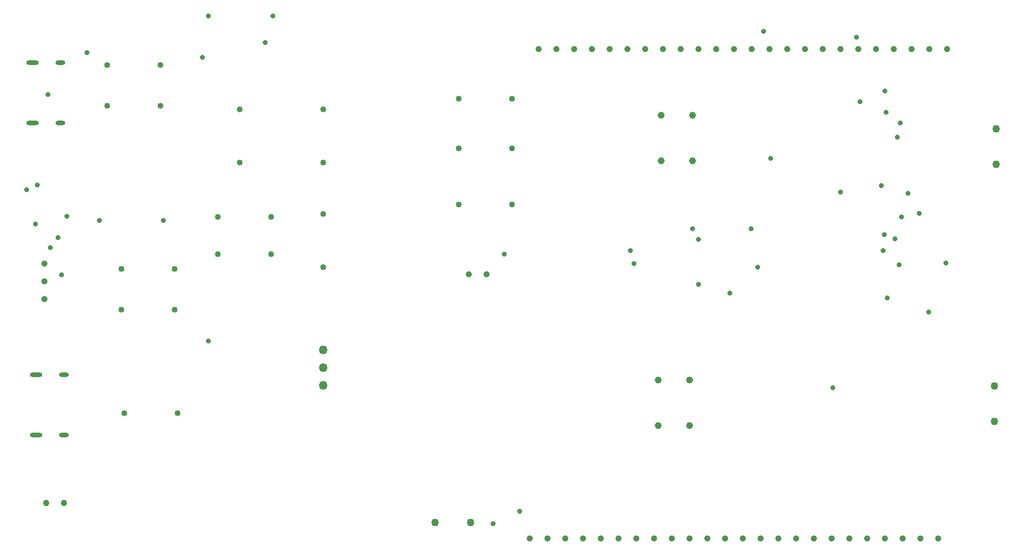
<source format=gbr>
%TF.GenerationSoftware,Altium Limited,Altium Designer,24.3.1 (35)*%
G04 Layer_Color=0*
%FSLAX45Y45*%
%MOMM*%
%TF.SameCoordinates,9497362C-8314-4730-AF2A-4C837BA13D10*%
%TF.FilePolarity,Positive*%
%TF.FileFunction,Plated,1,2,PTH,Drill*%
%TF.Part,Single*%
G01*
G75*
%TA.AperFunction,ComponentDrill*%
%ADD58C,1.10000*%
%ADD59C,0.90000*%
%ADD60C,1.10000*%
%ADD61C,0.85000*%
%ADD62C,0.85000*%
%ADD63C,0.93000*%
%ADD64O,1.40000X0.60000*%
%ADD65O,1.80000X0.60000*%
%ADD66C,1.27000*%
%ADD67C,0.90000*%
%ADD68C,0.99000*%
%TA.AperFunction,ViaDrill,NotFilled*%
%ADD69C,0.71120*%
D58*
X18796001Y7886700D02*
D03*
Y7378700D02*
D03*
X18821400Y11569700D02*
D03*
Y11061700D02*
D03*
D59*
X12153900Y5702300D02*
D03*
X12407900D02*
D03*
X12661900D02*
D03*
X12915900D02*
D03*
X13169901D02*
D03*
X13423900D02*
D03*
X13677901D02*
D03*
X13931900D02*
D03*
X14185899D02*
D03*
X14439900D02*
D03*
X14693900D02*
D03*
X14947900D02*
D03*
X15201900D02*
D03*
X15455901D02*
D03*
X15709900D02*
D03*
X15963901D02*
D03*
X16217900D02*
D03*
X16471899D02*
D03*
X16725900D02*
D03*
X16979900D02*
D03*
X17233900D02*
D03*
X17487900D02*
D03*
X17741901D02*
D03*
X17995900D02*
D03*
X12280900Y12712700D02*
D03*
X12534900D02*
D03*
X12788900D02*
D03*
X13042900D02*
D03*
X13296899D02*
D03*
X13550900D02*
D03*
X13804900D02*
D03*
X14058900D02*
D03*
X14312900D02*
D03*
X14566901D02*
D03*
X14820900D02*
D03*
X15074899D02*
D03*
X15328900D02*
D03*
X15582899D02*
D03*
X15836900D02*
D03*
X16090900D02*
D03*
X16344901D02*
D03*
X16598900D02*
D03*
X16852901D02*
D03*
X17106900D02*
D03*
X17360899D02*
D03*
X17614900D02*
D03*
X17868900D02*
D03*
X18122900D02*
D03*
X11531600Y9486900D02*
D03*
X11277600D02*
D03*
D60*
X11303000Y5930900D02*
D03*
X10795000D02*
D03*
D61*
X8001000Y11850400D02*
D03*
Y11088400D02*
D03*
X9194800Y10350500D02*
D03*
Y9588500D02*
D03*
Y11850400D02*
D03*
Y11088400D02*
D03*
D62*
X11137900Y10490200D02*
D03*
X11899900D02*
D03*
X6350000Y7497501D02*
D03*
X7112000D02*
D03*
X6108700Y12482800D02*
D03*
X6870700D02*
D03*
Y11901200D02*
D03*
X6108700D02*
D03*
X6311900Y9563100D02*
D03*
X7073900D02*
D03*
X6311900Y8978900D02*
D03*
X7073900D02*
D03*
X7693198Y10312400D02*
D03*
X8455198D02*
D03*
X11137900Y12001500D02*
D03*
X11899900D02*
D03*
X7693198Y9779000D02*
D03*
X8455198D02*
D03*
X11137900Y11290300D02*
D03*
X11899900D02*
D03*
D63*
X5486400Y6210300D02*
D03*
X5232400D02*
D03*
D64*
X5441198Y11658402D02*
D03*
Y12522398D02*
D03*
X5492750Y7190501D02*
D03*
Y8054503D02*
D03*
D65*
X5041199Y11658402D02*
D03*
Y12522398D02*
D03*
X5092751Y7190501D02*
D03*
Y8054503D02*
D03*
D66*
X9194800Y8407400D02*
D03*
Y8152399D02*
D03*
Y7897398D02*
D03*
D67*
X5207000Y9131300D02*
D03*
Y9385300D02*
D03*
Y9639300D02*
D03*
D68*
X14033501Y11117702D02*
D03*
X14483502D02*
D03*
Y11767698D02*
D03*
X14033501D02*
D03*
X13989899Y7320402D02*
D03*
X14439900D02*
D03*
Y7970398D02*
D03*
X13989899D02*
D03*
D69*
X12009120Y6093460D02*
D03*
X7556500Y8536940D02*
D03*
X5999480Y10259060D02*
D03*
X8369300Y12806680D02*
D03*
X14483080Y10142220D02*
D03*
X7467600Y12598888D02*
D03*
X5534660Y10320020D02*
D03*
X5816600Y12661900D02*
D03*
X18105119Y9649460D02*
D03*
X17457420Y11653520D02*
D03*
X17373599Y9997440D02*
D03*
X15501620Y12969240D02*
D03*
X17726660Y10357978D02*
D03*
X15410181Y9591040D02*
D03*
X17561560Y10652760D02*
D03*
X17254221Y11810340D02*
D03*
X17236440Y12110720D02*
D03*
X16875760Y11963400D02*
D03*
X16598900Y10668000D02*
D03*
X17205960Y9826899D02*
D03*
X17271638Y9146901D02*
D03*
X5298440Y9870440D02*
D03*
X17861279Y8946200D02*
D03*
X5085080Y10205720D02*
D03*
X4960620Y10701020D02*
D03*
X13589000Y9827260D02*
D03*
X15019020Y9217660D02*
D03*
X14569440Y9347200D02*
D03*
X11625580Y5913120D02*
D03*
X17221201Y10055860D02*
D03*
X15603220Y11145520D02*
D03*
X13642340Y9644380D02*
D03*
X11790680Y9779000D02*
D03*
X5405120Y10017760D02*
D03*
X6908800Y10259060D02*
D03*
X14566901Y9989820D02*
D03*
X7559040Y13192760D02*
D03*
X17411700Y11455400D02*
D03*
X15318739Y10142220D02*
D03*
X17472659Y10314940D02*
D03*
X17440819Y9622699D02*
D03*
X5455920Y9481820D02*
D03*
X5111750Y10772140D02*
D03*
X5257800Y12065000D02*
D03*
X8481060Y13192760D02*
D03*
X16489964Y7861300D02*
D03*
X16827499Y12882880D02*
D03*
X17180560Y10759440D02*
D03*
%TF.MD5,3e22ce379d4d80ca38dfbd87703dbef3*%
M02*

</source>
